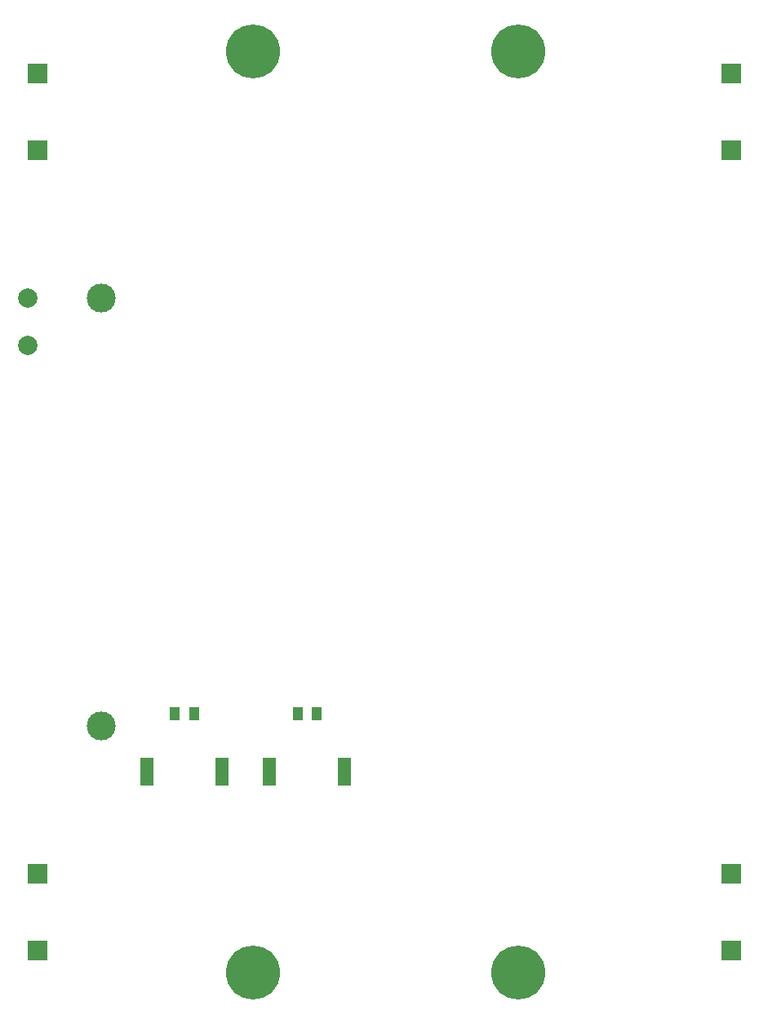
<source format=gbs>
G04 #@! TF.GenerationSoftware,KiCad,Pcbnew,(6.0.5-0)*
G04 #@! TF.CreationDate,2022-12-26T00:23:02-05:00*
G04 #@! TF.ProjectId,solar-cell-pcbs-burn-wire-vertical,736f6c61-722d-4636-956c-6c2d70636273,rev?*
G04 #@! TF.SameCoordinates,Original*
G04 #@! TF.FileFunction,Soldermask,Bot*
G04 #@! TF.FilePolarity,Negative*
%FSLAX46Y46*%
G04 Gerber Fmt 4.6, Leading zero omitted, Abs format (unit mm)*
G04 Created by KiCad (PCBNEW (6.0.5-0)) date 2022-12-26 00:23:02*
%MOMM*%
%LPD*%
G01*
G04 APERTURE LIST*
%ADD10R,2.000000X2.000000*%
%ADD11C,2.000000*%
%ADD12C,5.600000*%
%ADD13C,3.000000*%
%ADD14R,1.100000X1.450000*%
%ADD15R,1.350000X2.899999*%
G04 APERTURE END LIST*
D10*
X148000000Y-128000000D03*
D11*
X75000000Y-73200000D03*
D12*
X98350000Y-138250000D03*
D10*
X76000000Y-136000000D03*
D13*
X82600000Y-112700000D03*
D10*
X148000000Y-45000000D03*
D12*
X125850000Y-138250000D03*
D10*
X76000000Y-53000000D03*
D12*
X125850000Y-42750000D03*
D10*
X76000000Y-45000000D03*
X76000000Y-128000000D03*
D11*
X75000000Y-68300000D03*
D13*
X82600000Y-68300000D03*
D12*
X98350000Y-42750000D03*
D10*
X148000000Y-53000000D03*
X148000000Y-136000000D03*
D14*
X92253500Y-111425001D03*
X90253499Y-111425001D03*
D15*
X95148498Y-117400000D03*
X87358503Y-117400000D03*
D14*
X105000000Y-111425001D03*
X102999999Y-111425001D03*
D15*
X107894998Y-117400000D03*
X100105003Y-117400000D03*
M02*

</source>
